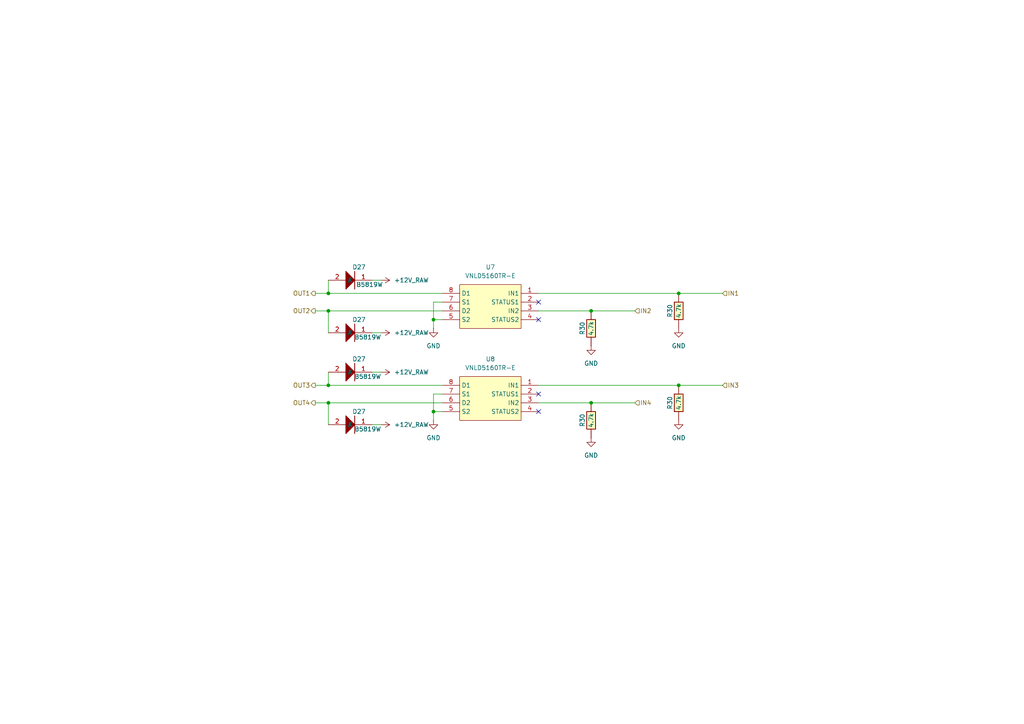
<source format=kicad_sch>
(kicad_sch (version 20231120) (generator "eeschema") (generator_version "8.0")
  (paper "A4")
  (title_block (title "UAEFI") (date "2024-08-15") (rev "D") (company "rusEFI.com"))
  (lib_symbols
    (symbol "GND_2" (power) (pin_numbers hide) (pin_names (offset 0) hide)
      (property "Value" "GND" (at 0 -3.81 0))
      (symbol "GND_2_0_1"
        (polyline (pts (xy 0 0) (xy 0 -1.27) (xy 1.27 -1.27) (xy 0 -2.54) (xy -1.27 -1.27) (xy 0 -1.27)))
      )
      (symbol "GND_2_1_1"
        (pin power_in line (at 0 0 270) (length 0) (name "~") (number "1"))
      )
    )
    (symbol "chips:VNLD5160"
      (property "Reference" "U" (at 6.35 3.81 0))
      (property "Value" "VNLD5160TR-E" (at 12.7 -11.43 0))
      (symbol "VNLD5160_1_1"
        (rectangle (start 5.08 2.54) (end 22.86 -10.16) (fill (type background)))
        (pin input line (at 0 0 0) (length 5.08) (name "IN1") (number "1"))
        (pin open_collector line (at 0 -2.54 0) (length 5.08) (name "STATUS1") (number "2"))
        (pin input line (at 0 -5.08 0) (length 5.08) (name "IN2") (number "3"))
        (pin open_collector line (at 0 -7.62 0) (length 5.08) (name "STATUS2") (number "4"))
        (pin power_in line (at 27.94 -7.62 180) (length 5.08) (name "S2") (number "5"))
        (pin power_out line (at 27.94 -5.08 180) (length 5.08) (name "D2") (number "6"))
        (pin power_in line (at 27.94 -2.54 180) (length 5.08) (name "S1") (number "7"))
        (pin power_out line (at 27.94 0 180) (length 5.08) (name "D1") (number "8"))
      )
    )
    (symbol "hellen-one-common:+12V_RAW" (power) (pin_names (offset 0))
      (property "Value" "+12V_RAW" (at 0 3.556 0))
      (symbol "+12V_RAW_0_1"
        (polyline (pts (xy -0.762 1.27) (xy 0 2.54)))
        (polyline (pts (xy 0 0) (xy 0 2.54)))
        (polyline (pts (xy 0 2.54) (xy 0.762 1.27)))
      )
      (symbol "+12V_RAW_1_1"
        (pin power_in line (at 0 0 90) (length 0) hide (name "+12V_RAW") (number "1"))
      )
    )
    (symbol "hellen-one-common:1N4148WS"
      (property "Reference" "D" (at 0 2.54 0))
      (property "Value" "1N4148WS" (at 0 -3.81 0))
      (symbol "1N4148WS_1_0"
        (polyline (pts (xy 2.54 2.54) (xy 2.54 -2.54)) (stroke (width 0.254)))
        (polyline (pts (xy 0 -2.54) (xy 2.54 0) (xy 0 2.54) (xy 0 -2.54)) (stroke (width 0.254)) (fill (type outline)))
        (pin passive line (at 7.62 0 180) (length 5.08) (name "K") (number "1"))
        (pin passive line (at -5.08 0 0) (length 5.08) (name "A") (number "2"))
      )
    )
    (symbol "hellen-one-common:Res" (pin_numbers hide)
      (property "Reference" "R" (at 3.81 2.54 0))
      (property "Value" "Res" (at 5.08 -2.54 0))
      (symbol "Res_1_0"
        (rectangle (start 2.54 -1.27) (end 7.62 1.27) (stroke (width 0.254)) (fill (type background)))
        (pin passive line (at 0 0 0) (length 2.54) (name "") (number "1"))
        (pin passive line (at 10.16 0 180) (length 2.54) (name "") (number "2"))
      )
    )
  )
  (junction (at 171.45 90.17))
  (junction (at 171.45 116.84))
  (junction (at 95.25 116.84))
  (junction (at 125.73 119.38))
  (junction (at 95.25 85.09))
  (junction (at 125.73 92.71))
  (junction (at 95.25 111.76))
  (junction (at 95.25 90.17))
  (junction (at 196.85 85.09))
  (junction (at 196.85 111.76))
  (no_connect (at 156.21 92.71))
  (no_connect (at 156.21 119.38))
  (no_connect (at 156.21 114.3))
  (no_connect (at 156.21 87.63))
  (wire (pts (xy 95.25 85.09) (xy 128.27 85.09)))
  (wire (pts (xy 110.49 81.28) (xy 107.95 81.28)))
  (wire (pts (xy 125.73 114.3) (xy 128.27 114.3)))
  (wire (pts (xy 156.21 85.09) (xy 196.85 85.09)))
  (wire (pts (xy 125.73 119.38) (xy 125.73 114.3)))
  (wire (pts (xy 95.25 107.95) (xy 95.25 111.76)))
  (wire (pts (xy 196.85 85.09) (xy 209.55 85.09)))
  (wire (pts (xy 110.49 96.52) (xy 107.95 96.52)))
  (wire (pts (xy 196.85 111.76) (xy 209.55 111.76)))
  (wire (pts (xy 125.73 87.63) (xy 128.27 87.63)))
  (wire (pts (xy 156.21 116.84) (xy 171.45 116.84)))
  (wire (pts (xy 125.73 121.92) (xy 125.73 119.38)))
  (wire (pts (xy 110.49 123.19) (xy 107.95 123.19)))
  (wire (pts (xy 95.25 116.84) (xy 95.25 123.19)))
  (wire (pts (xy 95.25 90.17) (xy 128.27 90.17)))
  (wire (pts (xy 91.44 85.09) (xy 95.25 85.09)))
  (wire (pts (xy 125.73 119.38) (xy 128.27 119.38)))
  (wire (pts (xy 125.73 92.71) (xy 125.73 87.63)))
  (wire (pts (xy 95.25 90.17) (xy 95.25 96.52)))
  (wire (pts (xy 156.21 111.76) (xy 196.85 111.76)))
  (wire (pts (xy 171.45 90.17) (xy 184.15 90.17)))
  (wire (pts (xy 95.25 81.28) (xy 95.25 85.09)))
  (wire (pts (xy 91.44 116.84) (xy 95.25 116.84)))
  (wire (pts (xy 171.45 116.84) (xy 184.15 116.84)))
  (wire (pts (xy 95.25 116.84) (xy 128.27 116.84)))
  (wire (pts (xy 91.44 90.17) (xy 95.25 90.17)))
  (wire (pts (xy 95.25 111.76) (xy 128.27 111.76)))
  (wire (pts (xy 110.49 107.95) (xy 107.95 107.95)))
  (wire (pts (xy 91.44 111.76) (xy 95.25 111.76)))
  (wire (pts (xy 125.73 92.71) (xy 128.27 92.71)))
  (wire (pts (xy 125.73 95.25) (xy 125.73 92.71)))
  (wire (pts (xy 156.21 90.17) (xy 171.45 90.17)))
  (hierarchical_label "IN1" (shape input) (at 209.55 85.09 0))
  (hierarchical_label "OUT4" (shape output) (at 91.44 116.84 180))
  (hierarchical_label "OUT3" (shape output) (at 91.44 111.76 180))
  (hierarchical_label "OUT2" (shape output) (at 91.44 90.17 180))
  (hierarchical_label "IN2" (shape input) (at 184.15 90.17 0))
  (hierarchical_label "IN3" (shape input) (at 209.55 111.76 0))
  (hierarchical_label "OUT1" (shape output) (at 91.44 85.09 180))
  (hierarchical_label "IN4" (shape input) (at 184.15 116.84 0))
  (symbol (lib_id "hellen-one-common:+12V_RAW") (at 110.49 123.19 270) (mirror x) (unit 1)
    (property "Reference" "#PWR03" (effects (hide yes)))
    (property "Value" "+12V_RAW" (at 114.3 123.19 90) (effects (justify left)))
    (instances (project "lowside_quad" (path "" (reference "#PWR03") (unit 1))) (project "alphax_4ch" (path "" (reference "#PWR03") (unit 1))) (project "uaefi" (path "" (reference "#PWR074") (unit 1))))
  )
  (symbol (lib_id "hellen-one-common:Res") (at 196.85 95.25 90) (unit 1)
    (property "Reference" "R30" (at 194.31 90.17 0))
    (property "Value" "4.7k" (at 196.85 90.17 0))
    (property "Footprint" "hellen-one-common:R0603" (effects (hide yes)))
    (property "LCSC" "C23162" (effects (hide yes)))
    (instances (project "alphax_8ch" (path "" (reference "R30") (unit 1)) (path "" (reference "R67") (unit 1))) (project "uaefi" (path "" (reference "R10") (unit 1))))
  )
  (symbol (lib_id "hellen-one-common:+12V_RAW") (at 110.49 96.52 270) (mirror x) (unit 1)
    (property "Reference" "#PWR03" (effects (hide yes)))
    (property "Value" "+12V_RAW" (at 114.3 96.52 90) (effects (justify left)))
    (instances (project "lowside_quad" (path "" (reference "#PWR03") (unit 1))) (project "alphax_4ch" (path "" (reference "#PWR03") (unit 1))) (project "uaefi" (path "" (reference "#PWR070") (unit 1))))
  )
  (symbol (lib_id "hellen-one-common:Res") (at 196.85 121.92 90) (unit 1)
    (property "Reference" "R30" (at 194.31 116.84 0))
    (property "Value" "4.7k" (at 196.85 116.84 0))
    (property "Footprint" "hellen-one-common:R0603" (effects (hide yes)))
    (property "LCSC" "C23162" (effects (hide yes)))
    (instances (project "alphax_8ch" (path "" (reference "R30") (unit 1)) (path "" (reference "R67") (unit 1))) (project "uaefi" (path "" (reference "R12") (unit 1))))
  )
  (symbol (lib_id "chips:VNLD5160") (at 156.21 111.76 0) (mirror y) (unit 1)
    (property "Reference" "U8" (at 142.24 104.14 0))
    (property "Value" "VNLD5160TR-E" (at 142.24 106.68 0))
    (property "Footprint" "Package_SO:SOIC-8_3.9x4.9mm_P1.27mm" (effects (hide yes)))
    (property "LCSC" "C377942" (effects (hide yes)))
  )
  (symbol (lib_name "GND_2") (lib_id "power:GND") (at 196.85 121.92 0) (unit 1)
    (property "Reference" "#PWR087" (effects (hide yes)))
    (property "Value" "GND" (at 196.85 127 0))
    (property "Description" "Power symbol creates a global label with name \"GND\" , ground" (effects (hide yes)))
  )
  (symbol (lib_id "hellen-one-common:1N4148WS") (at 100.33 123.19 0) (mirror x) (unit 1)
    (property "Reference" "D27" (at 104.14 119.38 0))
    (property "Value" "B5819W" (at 106.68 124.46 0))
    (property "Footprint" "hellen-one-common:SOD-123" (effects (hide yes)))
    (property "LCSC" "C8598" (effects (hide yes)))
    (instances (project "lowside_quad" (path "" (reference "D27") (unit 1))) (project "alphax_8ch" (path "" (reference "D27") (unit 1)) (path "" (reference "D91") (unit 1))) (project "uaefi" (path "" (reference "D5") (unit 1))))
  )
  (symbol (lib_id "hellen-one-common:+12V_RAW") (at 110.49 81.28 270) (mirror x) (unit 1)
    (property "Reference" "#PWR03" (effects (hide yes)))
    (property "Value" "+12V_RAW" (at 114.3 81.28 90) (effects (justify left)))
    (instances (project "lowside_quad" (path "" (reference "#PWR03") (unit 1))) (project "alphax_4ch" (path "" (reference "#PWR03") (unit 1))) (project "uaefi" (path "" (reference "#PWR069") (unit 1))))
  )
  (symbol (lib_name "GND_2") (lib_id "power:GND") (at 196.85 95.25 0) (unit 1)
    (property "Reference" "#PWR088" (effects (hide yes)))
    (property "Value" "GND" (at 196.85 100.33 0))
    (property "Description" "Power symbol creates a global label with name \"GND\" , ground" (effects (hide yes)))
  )
  (symbol (lib_id "hellen-one-common:+12V_RAW") (at 110.49 107.95 270) (mirror x) (unit 1)
    (property "Reference" "#PWR03" (effects (hide yes)))
    (property "Value" "+12V_RAW" (at 114.3 107.95 90) (effects (justify left)))
    (instances (project "lowside_quad" (path "" (reference "#PWR03") (unit 1))) (project "alphax_4ch" (path "" (reference "#PWR03") (unit 1))) (project "uaefi" (path "" (reference "#PWR073") (unit 1))))
  )
  (symbol (lib_id "hellen-one-common:1N4148WS") (at 100.33 107.95 0) (mirror x) (unit 1)
    (property "Reference" "D27" (at 104.14 104.14 0))
    (property "Value" "B5819W" (at 106.68 109.22 0))
    (property "Footprint" "hellen-one-common:SOD-123" (effects (hide yes)))
    (property "LCSC" "C8598" (effects (hide yes)))
    (instances (project "lowside_quad" (path "" (reference "D27") (unit 1))) (project "alphax_8ch" (path "" (reference "D27") (unit 1)) (path "" (reference "D91") (unit 1))) (project "uaefi" (path "" (reference "D4") (unit 1))))
  )
  (symbol (lib_name "GND_2") (lib_id "power:GND") (at 125.73 95.25 0) (unit 1)
    (property "Reference" "#PWR083" (effects (hide yes)))
    (property "Value" "GND" (at 125.73 100.33 0))
    (property "Description" "Power symbol creates a global label with name \"GND\" , ground" (effects (hide yes)))
  )
  (symbol (lib_id "hellen-one-common:1N4148WS") (at 100.33 81.28 0) (mirror x) (unit 1)
    (property "Reference" "D27" (at 104.14 77.47 0))
    (property "Value" "B5819W" (at 107.188 82.55 0))
    (property "Footprint" "hellen-one-common:SOD-123" (effects (hide yes)))
    (property "LCSC" "C8598" (effects (hide yes)))
    (instances (project "lowside_quad" (path "" (reference "D27") (unit 1))) (project "alphax_8ch" (path "" (reference "D27") (unit 1)) (path "" (reference "D91") (unit 1))) (project "uaefi" (path "" (reference "D2") (unit 1))))
  )
  (symbol (lib_name "GND_2") (lib_id "power:GND") (at 171.45 100.33 0) (unit 1)
    (property "Reference" "#PWR084" (effects (hide yes)))
    (property "Value" "GND" (at 171.45 105.41 0))
    (property "Description" "Power symbol creates a global label with name \"GND\" , ground" (effects (hide yes)))
  )
  (symbol (lib_id "chips:VNLD5160") (at 156.21 85.09 0) (mirror y) (unit 1)
    (property "Reference" "U7" (at 142.24 77.47 0))
    (property "Value" "VNLD5160TR-E" (at 142.24 80.01 0))
    (property "Footprint" "Package_SO:SOIC-8_3.9x4.9mm_P1.27mm" (effects (hide yes)))
    (property "LCSC" "C377942" (effects (hide yes)))
  )
  (symbol (lib_name "GND_2") (lib_id "power:GND") (at 171.45 127 0) (unit 1)
    (property "Reference" "#PWR086" (effects (hide yes)))
    (property "Value" "GND" (at 171.45 132.08 0))
    (property "Description" "Power symbol creates a global label with name \"GND\" , ground" (effects (hide yes)))
  )
  (symbol (lib_id "hellen-one-common:1N4148WS") (at 100.33 96.52 0) (mirror x) (unit 1)
    (property "Reference" "D27" (at 104.14 92.71 0))
    (property "Value" "B5819W" (at 106.68 97.79 0))
    (property "Footprint" "hellen-one-common:SOD-123" (effects (hide yes)))
    (property "LCSC" "C8598" (effects (hide yes)))
    (instances (project "lowside_quad" (path "" (reference "D27") (unit 1))) (project "alphax_8ch" (path "" (reference "D27") (unit 1)) (path "" (reference "D91") (unit 1))) (project "uaefi" (path "" (reference "D3") (unit 1))))
  )
  (symbol (lib_id "hellen-one-common:Res") (at 171.45 127 90) (unit 1)
    (property "Reference" "R30" (at 168.91 121.92 0))
    (property "Value" "4.7k" (at 171.45 121.92 0))
    (property "Footprint" "hellen-one-common:R0603" (effects (hide yes)))
    (property "LCSC" "C23162" (effects (hide yes)))
    (instances (project "alphax_8ch" (path "" (reference "R30") (unit 1)) (path "" (reference "R67") (unit 1))) (project "uaefi" (path "" (reference "R13") (unit 1))))
  )
  (symbol (lib_name "GND_2") (lib_id "power:GND") (at 125.73 121.92 0) (unit 1)
    (property "Reference" "#PWR085" (effects (hide yes)))
    (property "Value" "GND" (at 125.73 127 0))
    (property "Description" "Power symbol creates a global label with name \"GND\" , ground" (effects (hide yes)))
  )
  (symbol (lib_id "hellen-one-common:Res") (at 171.45 100.33 90) (unit 1)
    (property "Reference" "R30" (at 168.91 95.25 0))
    (property "Value" "4.7k" (at 171.45 95.25 0))
    (property "Footprint" "hellen-one-common:R0603" (effects (hide yes)))
    (property "LCSC" "C23162" (effects (hide yes)))
    (instances (project "alphax_8ch" (path "" (reference "R30") (unit 1)) (path "" (reference "R67") (unit 1))) (project "uaefi" (path "" (reference "R11") (unit 1))))
  )
)
</source>
